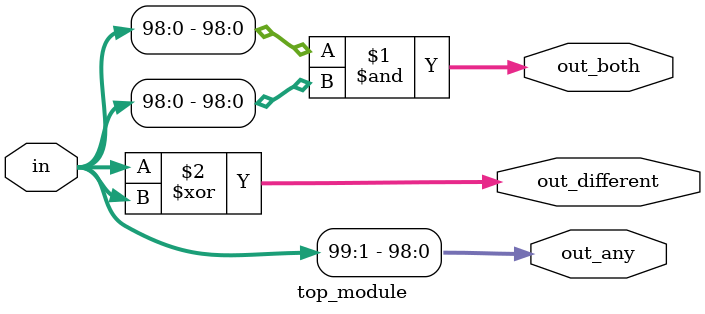
<source format=sv>
module top_module (
    input [99:0] in,
    output [98:0] out_both,
    output [99:1] out_any,
    output [99:0] out_different
);

    assign out_both = in[98:0] & in[98:0];
    
    assign out_any = {in[99], in[98:1]};
    
    assign out_different = in ^ {in[99], in[98:0]};

endmodule

</source>
